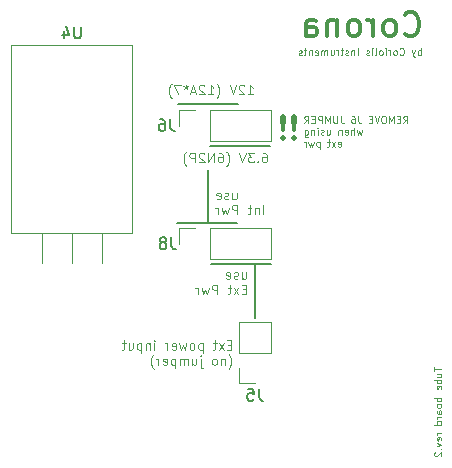
<source format=gbo>
G04 #@! TF.GenerationSoftware,KiCad,Pcbnew,(5.0.2)-1*
G04 #@! TF.CreationDate,2019-04-03T17:46:42+02:00*
G04 #@! TF.ProjectId,Corona_tubeBoard,436f726f-6e61-45f7-9475-6265426f6172,1*
G04 #@! TF.SameCoordinates,Original*
G04 #@! TF.FileFunction,Legend,Bot*
G04 #@! TF.FilePolarity,Positive*
%FSLAX46Y46*%
G04 Gerber Fmt 4.6, Leading zero omitted, Abs format (unit mm)*
G04 Created by KiCad (PCBNEW (5.0.2)-1) date 3-4-2019 17:46:42*
%MOMM*%
%LPD*%
G01*
G04 APERTURE LIST*
%ADD10C,0.300000*%
%ADD11C,0.100000*%
%ADD12C,0.200000*%
%ADD13C,0.120000*%
%ADD14C,0.150000*%
G04 APERTURE END LIST*
D10*
X24828809Y-38214285D02*
X24733571Y-38309523D01*
X24828809Y-38404761D01*
X24924047Y-38309523D01*
X24828809Y-38214285D01*
X24828809Y-38404761D01*
X24828809Y-37642857D02*
X24924047Y-36500000D01*
X24828809Y-36404761D01*
X24733571Y-36500000D01*
X24828809Y-37642857D01*
X24828809Y-36404761D01*
X23876428Y-38214285D02*
X23781190Y-38309523D01*
X23876428Y-38404761D01*
X23971666Y-38309523D01*
X23876428Y-38214285D01*
X23876428Y-38404761D01*
X23876428Y-37642857D02*
X23971666Y-36500000D01*
X23876428Y-36404761D01*
X23781190Y-36500000D01*
X23876428Y-37642857D01*
X23876428Y-36404761D01*
D11*
X34050714Y-37021428D02*
X34250714Y-36735714D01*
X34393571Y-37021428D02*
X34393571Y-36421428D01*
X34165000Y-36421428D01*
X34107857Y-36450000D01*
X34079285Y-36478571D01*
X34050714Y-36535714D01*
X34050714Y-36621428D01*
X34079285Y-36678571D01*
X34107857Y-36707142D01*
X34165000Y-36735714D01*
X34393571Y-36735714D01*
X33793571Y-36707142D02*
X33593571Y-36707142D01*
X33507857Y-37021428D02*
X33793571Y-37021428D01*
X33793571Y-36421428D01*
X33507857Y-36421428D01*
X33250714Y-37021428D02*
X33250714Y-36421428D01*
X33050714Y-36850000D01*
X32850714Y-36421428D01*
X32850714Y-37021428D01*
X32450714Y-36421428D02*
X32336428Y-36421428D01*
X32279285Y-36450000D01*
X32222142Y-36507142D01*
X32193571Y-36621428D01*
X32193571Y-36821428D01*
X32222142Y-36935714D01*
X32279285Y-36992857D01*
X32336428Y-37021428D01*
X32450714Y-37021428D01*
X32507857Y-36992857D01*
X32565000Y-36935714D01*
X32593571Y-36821428D01*
X32593571Y-36621428D01*
X32565000Y-36507142D01*
X32507857Y-36450000D01*
X32450714Y-36421428D01*
X32022142Y-36421428D02*
X31822142Y-37021428D01*
X31622142Y-36421428D01*
X31422142Y-36707142D02*
X31222142Y-36707142D01*
X31136428Y-37021428D02*
X31422142Y-37021428D01*
X31422142Y-36421428D01*
X31136428Y-36421428D01*
X30250714Y-36421428D02*
X30250714Y-36850000D01*
X30279285Y-36935714D01*
X30336428Y-36992857D01*
X30422142Y-37021428D01*
X30479285Y-37021428D01*
X29707857Y-36421428D02*
X29822142Y-36421428D01*
X29879285Y-36450000D01*
X29907857Y-36478571D01*
X29965000Y-36564285D01*
X29993571Y-36678571D01*
X29993571Y-36907142D01*
X29965000Y-36964285D01*
X29936428Y-36992857D01*
X29879285Y-37021428D01*
X29765000Y-37021428D01*
X29707857Y-36992857D01*
X29679285Y-36964285D01*
X29650714Y-36907142D01*
X29650714Y-36764285D01*
X29679285Y-36707142D01*
X29707857Y-36678571D01*
X29765000Y-36650000D01*
X29879285Y-36650000D01*
X29936428Y-36678571D01*
X29965000Y-36707142D01*
X29993571Y-36764285D01*
X28765000Y-36421428D02*
X28765000Y-36850000D01*
X28793571Y-36935714D01*
X28850714Y-36992857D01*
X28936428Y-37021428D01*
X28993571Y-37021428D01*
X28479285Y-36421428D02*
X28479285Y-36907142D01*
X28450714Y-36964285D01*
X28422142Y-36992857D01*
X28365000Y-37021428D01*
X28250714Y-37021428D01*
X28193571Y-36992857D01*
X28165000Y-36964285D01*
X28136428Y-36907142D01*
X28136428Y-36421428D01*
X27850714Y-37021428D02*
X27850714Y-36421428D01*
X27650714Y-36850000D01*
X27450714Y-36421428D01*
X27450714Y-37021428D01*
X27165000Y-37021428D02*
X27165000Y-36421428D01*
X26936428Y-36421428D01*
X26879285Y-36450000D01*
X26850714Y-36478571D01*
X26822142Y-36535714D01*
X26822142Y-36621428D01*
X26850714Y-36678571D01*
X26879285Y-36707142D01*
X26936428Y-36735714D01*
X27165000Y-36735714D01*
X26565000Y-36707142D02*
X26365000Y-36707142D01*
X26279285Y-37021428D02*
X26565000Y-37021428D01*
X26565000Y-36421428D01*
X26279285Y-36421428D01*
X25679285Y-37021428D02*
X25879285Y-36735714D01*
X26022142Y-37021428D02*
X26022142Y-36421428D01*
X25793571Y-36421428D01*
X25736428Y-36450000D01*
X25707857Y-36478571D01*
X25679285Y-36535714D01*
X25679285Y-36621428D01*
X25707857Y-36678571D01*
X25736428Y-36707142D01*
X25793571Y-36735714D01*
X26022142Y-36735714D01*
X30565000Y-37621428D02*
X30450714Y-38021428D01*
X30336428Y-37735714D01*
X30222142Y-38021428D01*
X30107857Y-37621428D01*
X29879285Y-38021428D02*
X29879285Y-37421428D01*
X29622142Y-38021428D02*
X29622142Y-37707142D01*
X29650714Y-37650000D01*
X29707857Y-37621428D01*
X29793571Y-37621428D01*
X29850714Y-37650000D01*
X29879285Y-37678571D01*
X29107857Y-37992857D02*
X29165000Y-38021428D01*
X29279285Y-38021428D01*
X29336428Y-37992857D01*
X29365000Y-37935714D01*
X29365000Y-37707142D01*
X29336428Y-37650000D01*
X29279285Y-37621428D01*
X29165000Y-37621428D01*
X29107857Y-37650000D01*
X29079285Y-37707142D01*
X29079285Y-37764285D01*
X29365000Y-37821428D01*
X28822142Y-37621428D02*
X28822142Y-38021428D01*
X28822142Y-37678571D02*
X28793571Y-37650000D01*
X28736428Y-37621428D01*
X28650714Y-37621428D01*
X28593571Y-37650000D01*
X28565000Y-37707142D01*
X28565000Y-38021428D01*
X27565000Y-37621428D02*
X27565000Y-38021428D01*
X27822142Y-37621428D02*
X27822142Y-37935714D01*
X27793571Y-37992857D01*
X27736428Y-38021428D01*
X27650714Y-38021428D01*
X27593571Y-37992857D01*
X27565000Y-37964285D01*
X27307857Y-37992857D02*
X27250714Y-38021428D01*
X27136428Y-38021428D01*
X27079285Y-37992857D01*
X27050714Y-37935714D01*
X27050714Y-37907142D01*
X27079285Y-37850000D01*
X27136428Y-37821428D01*
X27222142Y-37821428D01*
X27279285Y-37792857D01*
X27307857Y-37735714D01*
X27307857Y-37707142D01*
X27279285Y-37650000D01*
X27222142Y-37621428D01*
X27136428Y-37621428D01*
X27079285Y-37650000D01*
X26793571Y-38021428D02*
X26793571Y-37621428D01*
X26793571Y-37421428D02*
X26822142Y-37450000D01*
X26793571Y-37478571D01*
X26765000Y-37450000D01*
X26793571Y-37421428D01*
X26793571Y-37478571D01*
X26507857Y-37621428D02*
X26507857Y-38021428D01*
X26507857Y-37678571D02*
X26479285Y-37650000D01*
X26422142Y-37621428D01*
X26336428Y-37621428D01*
X26279285Y-37650000D01*
X26250714Y-37707142D01*
X26250714Y-38021428D01*
X25707857Y-37621428D02*
X25707857Y-38107142D01*
X25736428Y-38164285D01*
X25765000Y-38192857D01*
X25822142Y-38221428D01*
X25907857Y-38221428D01*
X25965000Y-38192857D01*
X25707857Y-37992857D02*
X25765000Y-38021428D01*
X25879285Y-38021428D01*
X25936428Y-37992857D01*
X25965000Y-37964285D01*
X25993571Y-37907142D01*
X25993571Y-37735714D01*
X25965000Y-37678571D01*
X25936428Y-37650000D01*
X25879285Y-37621428D01*
X25765000Y-37621428D01*
X25707857Y-37650000D01*
X28536428Y-38992857D02*
X28593571Y-39021428D01*
X28707857Y-39021428D01*
X28765000Y-38992857D01*
X28793571Y-38935714D01*
X28793571Y-38707142D01*
X28765000Y-38650000D01*
X28707857Y-38621428D01*
X28593571Y-38621428D01*
X28536428Y-38650000D01*
X28507857Y-38707142D01*
X28507857Y-38764285D01*
X28793571Y-38821428D01*
X28307857Y-39021428D02*
X27993571Y-38621428D01*
X28307857Y-38621428D02*
X27993571Y-39021428D01*
X27850714Y-38621428D02*
X27622142Y-38621428D01*
X27765000Y-38421428D02*
X27765000Y-38935714D01*
X27736428Y-38992857D01*
X27679285Y-39021428D01*
X27622142Y-39021428D01*
X26965000Y-38621428D02*
X26965000Y-39221428D01*
X26965000Y-38650000D02*
X26907857Y-38621428D01*
X26793571Y-38621428D01*
X26736428Y-38650000D01*
X26707857Y-38678571D01*
X26679285Y-38735714D01*
X26679285Y-38907142D01*
X26707857Y-38964285D01*
X26736428Y-38992857D01*
X26793571Y-39021428D01*
X26907857Y-39021428D01*
X26965000Y-38992857D01*
X26479285Y-38621428D02*
X26365000Y-39021428D01*
X26250714Y-38735714D01*
X26136428Y-39021428D01*
X26022142Y-38621428D01*
X25793571Y-39021428D02*
X25793571Y-38621428D01*
X25793571Y-38735714D02*
X25765000Y-38678571D01*
X25736428Y-38650000D01*
X25679285Y-38621428D01*
X25622142Y-38621428D01*
X19494523Y-55792857D02*
X19227857Y-55792857D01*
X19113571Y-56211904D02*
X19494523Y-56211904D01*
X19494523Y-55411904D01*
X19113571Y-55411904D01*
X18846904Y-56211904D02*
X18427857Y-55678571D01*
X18846904Y-55678571D02*
X18427857Y-56211904D01*
X18237380Y-55678571D02*
X17932619Y-55678571D01*
X18123095Y-55411904D02*
X18123095Y-56097619D01*
X18085000Y-56173809D01*
X18008809Y-56211904D01*
X17932619Y-56211904D01*
X17056428Y-55678571D02*
X17056428Y-56478571D01*
X17056428Y-55716666D02*
X16980238Y-55678571D01*
X16827857Y-55678571D01*
X16751666Y-55716666D01*
X16713571Y-55754761D01*
X16675476Y-55830952D01*
X16675476Y-56059523D01*
X16713571Y-56135714D01*
X16751666Y-56173809D01*
X16827857Y-56211904D01*
X16980238Y-56211904D01*
X17056428Y-56173809D01*
X16218333Y-56211904D02*
X16294523Y-56173809D01*
X16332619Y-56135714D01*
X16370714Y-56059523D01*
X16370714Y-55830952D01*
X16332619Y-55754761D01*
X16294523Y-55716666D01*
X16218333Y-55678571D01*
X16104047Y-55678571D01*
X16027857Y-55716666D01*
X15989761Y-55754761D01*
X15951666Y-55830952D01*
X15951666Y-56059523D01*
X15989761Y-56135714D01*
X16027857Y-56173809D01*
X16104047Y-56211904D01*
X16218333Y-56211904D01*
X15685000Y-55678571D02*
X15532619Y-56211904D01*
X15380238Y-55830952D01*
X15227857Y-56211904D01*
X15075476Y-55678571D01*
X14465952Y-56173809D02*
X14542142Y-56211904D01*
X14694523Y-56211904D01*
X14770714Y-56173809D01*
X14808809Y-56097619D01*
X14808809Y-55792857D01*
X14770714Y-55716666D01*
X14694523Y-55678571D01*
X14542142Y-55678571D01*
X14465952Y-55716666D01*
X14427857Y-55792857D01*
X14427857Y-55869047D01*
X14808809Y-55945238D01*
X14085000Y-56211904D02*
X14085000Y-55678571D01*
X14085000Y-55830952D02*
X14046904Y-55754761D01*
X14008809Y-55716666D01*
X13932619Y-55678571D01*
X13856428Y-55678571D01*
X12980238Y-56211904D02*
X12980238Y-55678571D01*
X12980238Y-55411904D02*
X13018333Y-55450000D01*
X12980238Y-55488095D01*
X12942142Y-55450000D01*
X12980238Y-55411904D01*
X12980238Y-55488095D01*
X12599285Y-55678571D02*
X12599285Y-56211904D01*
X12599285Y-55754761D02*
X12561190Y-55716666D01*
X12485000Y-55678571D01*
X12370714Y-55678571D01*
X12294523Y-55716666D01*
X12256428Y-55792857D01*
X12256428Y-56211904D01*
X11875476Y-55678571D02*
X11875476Y-56478571D01*
X11875476Y-55716666D02*
X11799285Y-55678571D01*
X11646904Y-55678571D01*
X11570714Y-55716666D01*
X11532619Y-55754761D01*
X11494523Y-55830952D01*
X11494523Y-56059523D01*
X11532619Y-56135714D01*
X11570714Y-56173809D01*
X11646904Y-56211904D01*
X11799285Y-56211904D01*
X11875476Y-56173809D01*
X10808809Y-55678571D02*
X10808809Y-56211904D01*
X11151666Y-55678571D02*
X11151666Y-56097619D01*
X11113571Y-56173809D01*
X11037380Y-56211904D01*
X10923095Y-56211904D01*
X10846904Y-56173809D01*
X10808809Y-56135714D01*
X10542142Y-55678571D02*
X10237380Y-55678571D01*
X10427857Y-55411904D02*
X10427857Y-56097619D01*
X10389761Y-56173809D01*
X10313571Y-56211904D01*
X10237380Y-56211904D01*
X19265952Y-57816666D02*
X19304047Y-57778571D01*
X19380238Y-57664285D01*
X19418333Y-57588095D01*
X19456428Y-57473809D01*
X19494523Y-57283333D01*
X19494523Y-57130952D01*
X19456428Y-56940476D01*
X19418333Y-56826190D01*
X19380238Y-56750000D01*
X19304047Y-56635714D01*
X19265952Y-56597619D01*
X18961190Y-56978571D02*
X18961190Y-57511904D01*
X18961190Y-57054761D02*
X18923095Y-57016666D01*
X18846904Y-56978571D01*
X18732619Y-56978571D01*
X18656428Y-57016666D01*
X18618333Y-57092857D01*
X18618333Y-57511904D01*
X18123095Y-57511904D02*
X18199285Y-57473809D01*
X18237380Y-57435714D01*
X18275476Y-57359523D01*
X18275476Y-57130952D01*
X18237380Y-57054761D01*
X18199285Y-57016666D01*
X18123095Y-56978571D01*
X18008809Y-56978571D01*
X17932619Y-57016666D01*
X17894523Y-57054761D01*
X17856428Y-57130952D01*
X17856428Y-57359523D01*
X17894523Y-57435714D01*
X17932619Y-57473809D01*
X18008809Y-57511904D01*
X18123095Y-57511904D01*
X16904047Y-56978571D02*
X16904047Y-57664285D01*
X16942142Y-57740476D01*
X17018333Y-57778571D01*
X17056428Y-57778571D01*
X16904047Y-56711904D02*
X16942142Y-56750000D01*
X16904047Y-56788095D01*
X16865952Y-56750000D01*
X16904047Y-56711904D01*
X16904047Y-56788095D01*
X16180238Y-56978571D02*
X16180238Y-57511904D01*
X16523095Y-56978571D02*
X16523095Y-57397619D01*
X16485000Y-57473809D01*
X16408809Y-57511904D01*
X16294523Y-57511904D01*
X16218333Y-57473809D01*
X16180238Y-57435714D01*
X15799285Y-57511904D02*
X15799285Y-56978571D01*
X15799285Y-57054761D02*
X15761190Y-57016666D01*
X15685000Y-56978571D01*
X15570714Y-56978571D01*
X15494523Y-57016666D01*
X15456428Y-57092857D01*
X15456428Y-57511904D01*
X15456428Y-57092857D02*
X15418333Y-57016666D01*
X15342142Y-56978571D01*
X15227857Y-56978571D01*
X15151666Y-57016666D01*
X15113571Y-57092857D01*
X15113571Y-57511904D01*
X14732619Y-56978571D02*
X14732619Y-57778571D01*
X14732619Y-57016666D02*
X14656428Y-56978571D01*
X14504047Y-56978571D01*
X14427857Y-57016666D01*
X14389761Y-57054761D01*
X14351666Y-57130952D01*
X14351666Y-57359523D01*
X14389761Y-57435714D01*
X14427857Y-57473809D01*
X14504047Y-57511904D01*
X14656428Y-57511904D01*
X14732619Y-57473809D01*
X13704047Y-57473809D02*
X13780238Y-57511904D01*
X13932619Y-57511904D01*
X14008809Y-57473809D01*
X14046904Y-57397619D01*
X14046904Y-57092857D01*
X14008809Y-57016666D01*
X13932619Y-56978571D01*
X13780238Y-56978571D01*
X13704047Y-57016666D01*
X13665952Y-57092857D01*
X13665952Y-57169047D01*
X14046904Y-57245238D01*
X13323095Y-57511904D02*
X13323095Y-56978571D01*
X13323095Y-57130952D02*
X13285000Y-57054761D01*
X13246904Y-57016666D01*
X13170714Y-56978571D01*
X13094523Y-56978571D01*
X12904047Y-57816666D02*
X12865952Y-57778571D01*
X12789761Y-57664285D01*
X12751666Y-57588095D01*
X12713571Y-57473809D01*
X12675476Y-57283333D01*
X12675476Y-57130952D01*
X12713571Y-56940476D01*
X12751666Y-56826190D01*
X12789761Y-56750000D01*
X12865952Y-56635714D01*
X12904047Y-56597619D01*
D12*
X21500000Y-53500000D02*
X21500000Y-49000000D01*
D11*
X20401666Y-49678571D02*
X20401666Y-50211904D01*
X20744523Y-49678571D02*
X20744523Y-50097619D01*
X20706428Y-50173809D01*
X20630238Y-50211904D01*
X20515952Y-50211904D01*
X20439761Y-50173809D01*
X20401666Y-50135714D01*
X20058809Y-50173809D02*
X19982619Y-50211904D01*
X19830238Y-50211904D01*
X19754047Y-50173809D01*
X19715952Y-50097619D01*
X19715952Y-50059523D01*
X19754047Y-49983333D01*
X19830238Y-49945238D01*
X19944523Y-49945238D01*
X20020714Y-49907142D01*
X20058809Y-49830952D01*
X20058809Y-49792857D01*
X20020714Y-49716666D01*
X19944523Y-49678571D01*
X19830238Y-49678571D01*
X19754047Y-49716666D01*
X19068333Y-50173809D02*
X19144523Y-50211904D01*
X19296904Y-50211904D01*
X19373095Y-50173809D01*
X19411190Y-50097619D01*
X19411190Y-49792857D01*
X19373095Y-49716666D01*
X19296904Y-49678571D01*
X19144523Y-49678571D01*
X19068333Y-49716666D01*
X19030238Y-49792857D01*
X19030238Y-49869047D01*
X19411190Y-49945238D01*
X20744523Y-51092857D02*
X20477857Y-51092857D01*
X20363571Y-51511904D02*
X20744523Y-51511904D01*
X20744523Y-50711904D01*
X20363571Y-50711904D01*
X20096904Y-51511904D02*
X19677857Y-50978571D01*
X20096904Y-50978571D02*
X19677857Y-51511904D01*
X19487380Y-50978571D02*
X19182619Y-50978571D01*
X19373095Y-50711904D02*
X19373095Y-51397619D01*
X19335000Y-51473809D01*
X19258809Y-51511904D01*
X19182619Y-51511904D01*
X18306428Y-51511904D02*
X18306428Y-50711904D01*
X18001666Y-50711904D01*
X17925476Y-50750000D01*
X17887380Y-50788095D01*
X17849285Y-50864285D01*
X17849285Y-50978571D01*
X17887380Y-51054761D01*
X17925476Y-51092857D01*
X18001666Y-51130952D01*
X18306428Y-51130952D01*
X17582619Y-50978571D02*
X17430238Y-51511904D01*
X17277857Y-51130952D01*
X17125476Y-51511904D01*
X16973095Y-50978571D01*
X16668333Y-51511904D02*
X16668333Y-50978571D01*
X16668333Y-51130952D02*
X16630238Y-51054761D01*
X16592142Y-51016666D01*
X16515952Y-50978571D01*
X16439761Y-50978571D01*
X19588809Y-42928571D02*
X19588809Y-43461904D01*
X19931666Y-42928571D02*
X19931666Y-43347619D01*
X19893571Y-43423809D01*
X19817380Y-43461904D01*
X19703095Y-43461904D01*
X19626904Y-43423809D01*
X19588809Y-43385714D01*
X19245952Y-43423809D02*
X19169761Y-43461904D01*
X19017380Y-43461904D01*
X18941190Y-43423809D01*
X18903095Y-43347619D01*
X18903095Y-43309523D01*
X18941190Y-43233333D01*
X19017380Y-43195238D01*
X19131666Y-43195238D01*
X19207857Y-43157142D01*
X19245952Y-43080952D01*
X19245952Y-43042857D01*
X19207857Y-42966666D01*
X19131666Y-42928571D01*
X19017380Y-42928571D01*
X18941190Y-42966666D01*
X18255476Y-43423809D02*
X18331666Y-43461904D01*
X18484047Y-43461904D01*
X18560238Y-43423809D01*
X18598333Y-43347619D01*
X18598333Y-43042857D01*
X18560238Y-42966666D01*
X18484047Y-42928571D01*
X18331666Y-42928571D01*
X18255476Y-42966666D01*
X18217380Y-43042857D01*
X18217380Y-43119047D01*
X18598333Y-43195238D01*
X22179285Y-44761904D02*
X22179285Y-43961904D01*
X21798333Y-44228571D02*
X21798333Y-44761904D01*
X21798333Y-44304761D02*
X21760238Y-44266666D01*
X21684047Y-44228571D01*
X21569761Y-44228571D01*
X21493571Y-44266666D01*
X21455476Y-44342857D01*
X21455476Y-44761904D01*
X21188809Y-44228571D02*
X20884047Y-44228571D01*
X21074523Y-43961904D02*
X21074523Y-44647619D01*
X21036428Y-44723809D01*
X20960238Y-44761904D01*
X20884047Y-44761904D01*
X20007857Y-44761904D02*
X20007857Y-43961904D01*
X19703095Y-43961904D01*
X19626904Y-44000000D01*
X19588809Y-44038095D01*
X19550714Y-44114285D01*
X19550714Y-44228571D01*
X19588809Y-44304761D01*
X19626904Y-44342857D01*
X19703095Y-44380952D01*
X20007857Y-44380952D01*
X19284047Y-44228571D02*
X19131666Y-44761904D01*
X18979285Y-44380952D01*
X18826904Y-44761904D01*
X18674523Y-44228571D01*
X18369761Y-44761904D02*
X18369761Y-44228571D01*
X18369761Y-44380952D02*
X18331666Y-44304761D01*
X18293571Y-44266666D01*
X18217380Y-44228571D01*
X18141190Y-44228571D01*
D12*
X17500000Y-45500000D02*
X17500000Y-41000000D01*
X17750000Y-49000000D02*
X22830000Y-49000000D01*
X14920000Y-45500000D02*
X20000000Y-45500000D01*
D11*
X35542142Y-31271428D02*
X35542142Y-30671428D01*
X35542142Y-30900000D02*
X35485000Y-30871428D01*
X35370714Y-30871428D01*
X35313571Y-30900000D01*
X35285000Y-30928571D01*
X35256428Y-30985714D01*
X35256428Y-31157142D01*
X35285000Y-31214285D01*
X35313571Y-31242857D01*
X35370714Y-31271428D01*
X35485000Y-31271428D01*
X35542142Y-31242857D01*
X35056428Y-30871428D02*
X34913571Y-31271428D01*
X34770714Y-30871428D02*
X34913571Y-31271428D01*
X34970714Y-31414285D01*
X34999285Y-31442857D01*
X35056428Y-31471428D01*
X33742142Y-31214285D02*
X33770714Y-31242857D01*
X33856428Y-31271428D01*
X33913571Y-31271428D01*
X33999285Y-31242857D01*
X34056428Y-31185714D01*
X34085000Y-31128571D01*
X34113571Y-31014285D01*
X34113571Y-30928571D01*
X34085000Y-30814285D01*
X34056428Y-30757142D01*
X33999285Y-30700000D01*
X33913571Y-30671428D01*
X33856428Y-30671428D01*
X33770714Y-30700000D01*
X33742142Y-30728571D01*
X33399285Y-31271428D02*
X33456428Y-31242857D01*
X33485000Y-31214285D01*
X33513571Y-31157142D01*
X33513571Y-30985714D01*
X33485000Y-30928571D01*
X33456428Y-30900000D01*
X33399285Y-30871428D01*
X33313571Y-30871428D01*
X33256428Y-30900000D01*
X33227857Y-30928571D01*
X33199285Y-30985714D01*
X33199285Y-31157142D01*
X33227857Y-31214285D01*
X33256428Y-31242857D01*
X33313571Y-31271428D01*
X33399285Y-31271428D01*
X32942142Y-31271428D02*
X32942142Y-30871428D01*
X32942142Y-30985714D02*
X32913571Y-30928571D01*
X32885000Y-30900000D01*
X32827857Y-30871428D01*
X32770714Y-30871428D01*
X32570714Y-31271428D02*
X32570714Y-30871428D01*
X32570714Y-30671428D02*
X32599285Y-30700000D01*
X32570714Y-30728571D01*
X32542142Y-30700000D01*
X32570714Y-30671428D01*
X32570714Y-30728571D01*
X32199285Y-31271428D02*
X32256428Y-31242857D01*
X32285000Y-31214285D01*
X32313571Y-31157142D01*
X32313571Y-30985714D01*
X32285000Y-30928571D01*
X32256428Y-30900000D01*
X32199285Y-30871428D01*
X32113571Y-30871428D01*
X32056428Y-30900000D01*
X32027857Y-30928571D01*
X31999285Y-30985714D01*
X31999285Y-31157142D01*
X32027857Y-31214285D01*
X32056428Y-31242857D01*
X32113571Y-31271428D01*
X32199285Y-31271428D01*
X31656428Y-31271428D02*
X31713571Y-31242857D01*
X31742142Y-31185714D01*
X31742142Y-30671428D01*
X31427857Y-31271428D02*
X31427857Y-30871428D01*
X31427857Y-30671428D02*
X31456428Y-30700000D01*
X31427857Y-30728571D01*
X31399285Y-30700000D01*
X31427857Y-30671428D01*
X31427857Y-30728571D01*
X31170714Y-31242857D02*
X31113571Y-31271428D01*
X30999285Y-31271428D01*
X30942142Y-31242857D01*
X30913571Y-31185714D01*
X30913571Y-31157142D01*
X30942142Y-31100000D01*
X30999285Y-31071428D01*
X31085000Y-31071428D01*
X31142142Y-31042857D01*
X31170714Y-30985714D01*
X31170714Y-30957142D01*
X31142142Y-30900000D01*
X31085000Y-30871428D01*
X30999285Y-30871428D01*
X30942142Y-30900000D01*
X30199285Y-31271428D02*
X30199285Y-30671428D01*
X29913571Y-30871428D02*
X29913571Y-31271428D01*
X29913571Y-30928571D02*
X29885000Y-30900000D01*
X29827857Y-30871428D01*
X29742142Y-30871428D01*
X29685000Y-30900000D01*
X29656428Y-30957142D01*
X29656428Y-31271428D01*
X29399285Y-31242857D02*
X29342142Y-31271428D01*
X29227857Y-31271428D01*
X29170714Y-31242857D01*
X29142142Y-31185714D01*
X29142142Y-31157142D01*
X29170714Y-31100000D01*
X29227857Y-31071428D01*
X29313571Y-31071428D01*
X29370714Y-31042857D01*
X29399285Y-30985714D01*
X29399285Y-30957142D01*
X29370714Y-30900000D01*
X29313571Y-30871428D01*
X29227857Y-30871428D01*
X29170714Y-30900000D01*
X28970714Y-30871428D02*
X28742142Y-30871428D01*
X28885000Y-30671428D02*
X28885000Y-31185714D01*
X28856428Y-31242857D01*
X28799285Y-31271428D01*
X28742142Y-31271428D01*
X28542142Y-31271428D02*
X28542142Y-30871428D01*
X28542142Y-30985714D02*
X28513571Y-30928571D01*
X28485000Y-30900000D01*
X28427857Y-30871428D01*
X28370714Y-30871428D01*
X27913571Y-30871428D02*
X27913571Y-31271428D01*
X28170714Y-30871428D02*
X28170714Y-31185714D01*
X28142142Y-31242857D01*
X28085000Y-31271428D01*
X27999285Y-31271428D01*
X27942142Y-31242857D01*
X27913571Y-31214285D01*
X27627857Y-31271428D02*
X27627857Y-30871428D01*
X27627857Y-30928571D02*
X27599285Y-30900000D01*
X27542142Y-30871428D01*
X27456428Y-30871428D01*
X27399285Y-30900000D01*
X27370714Y-30957142D01*
X27370714Y-31271428D01*
X27370714Y-30957142D02*
X27342142Y-30900000D01*
X27285000Y-30871428D01*
X27199285Y-30871428D01*
X27142142Y-30900000D01*
X27113571Y-30957142D01*
X27113571Y-31271428D01*
X26599285Y-31242857D02*
X26656428Y-31271428D01*
X26770714Y-31271428D01*
X26827857Y-31242857D01*
X26856428Y-31185714D01*
X26856428Y-30957142D01*
X26827857Y-30900000D01*
X26770714Y-30871428D01*
X26656428Y-30871428D01*
X26599285Y-30900000D01*
X26570714Y-30957142D01*
X26570714Y-31014285D01*
X26856428Y-31071428D01*
X26313571Y-30871428D02*
X26313571Y-31271428D01*
X26313571Y-30928571D02*
X26285000Y-30900000D01*
X26227857Y-30871428D01*
X26142142Y-30871428D01*
X26085000Y-30900000D01*
X26056428Y-30957142D01*
X26056428Y-31271428D01*
X25856428Y-30871428D02*
X25627857Y-30871428D01*
X25770714Y-30671428D02*
X25770714Y-31185714D01*
X25742142Y-31242857D01*
X25685000Y-31271428D01*
X25627857Y-31271428D01*
X25456428Y-31242857D02*
X25399285Y-31271428D01*
X25285000Y-31271428D01*
X25227857Y-31242857D01*
X25199285Y-31185714D01*
X25199285Y-31157142D01*
X25227857Y-31100000D01*
X25285000Y-31071428D01*
X25370714Y-31071428D01*
X25427857Y-31042857D01*
X25456428Y-30985714D01*
X25456428Y-30957142D01*
X25427857Y-30900000D01*
X25370714Y-30871428D01*
X25285000Y-30871428D01*
X25227857Y-30900000D01*
D10*
X34185952Y-29464285D02*
X34281190Y-29559523D01*
X34566904Y-29654761D01*
X34757380Y-29654761D01*
X35043095Y-29559523D01*
X35233571Y-29369047D01*
X35328809Y-29178571D01*
X35424047Y-28797619D01*
X35424047Y-28511904D01*
X35328809Y-28130952D01*
X35233571Y-27940476D01*
X35043095Y-27750000D01*
X34757380Y-27654761D01*
X34566904Y-27654761D01*
X34281190Y-27750000D01*
X34185952Y-27845238D01*
X33043095Y-29654761D02*
X33233571Y-29559523D01*
X33328809Y-29464285D01*
X33424047Y-29273809D01*
X33424047Y-28702380D01*
X33328809Y-28511904D01*
X33233571Y-28416666D01*
X33043095Y-28321428D01*
X32757380Y-28321428D01*
X32566904Y-28416666D01*
X32471666Y-28511904D01*
X32376428Y-28702380D01*
X32376428Y-29273809D01*
X32471666Y-29464285D01*
X32566904Y-29559523D01*
X32757380Y-29654761D01*
X33043095Y-29654761D01*
X31519285Y-29654761D02*
X31519285Y-28321428D01*
X31519285Y-28702380D02*
X31424047Y-28511904D01*
X31328809Y-28416666D01*
X31138333Y-28321428D01*
X30947857Y-28321428D01*
X29995476Y-29654761D02*
X30185952Y-29559523D01*
X30281190Y-29464285D01*
X30376428Y-29273809D01*
X30376428Y-28702380D01*
X30281190Y-28511904D01*
X30185952Y-28416666D01*
X29995476Y-28321428D01*
X29709761Y-28321428D01*
X29519285Y-28416666D01*
X29424047Y-28511904D01*
X29328809Y-28702380D01*
X29328809Y-29273809D01*
X29424047Y-29464285D01*
X29519285Y-29559523D01*
X29709761Y-29654761D01*
X29995476Y-29654761D01*
X28471666Y-28321428D02*
X28471666Y-29654761D01*
X28471666Y-28511904D02*
X28376428Y-28416666D01*
X28185952Y-28321428D01*
X27900238Y-28321428D01*
X27709761Y-28416666D01*
X27614523Y-28607142D01*
X27614523Y-29654761D01*
X25805000Y-29654761D02*
X25805000Y-28607142D01*
X25900238Y-28416666D01*
X26090714Y-28321428D01*
X26471666Y-28321428D01*
X26662142Y-28416666D01*
X25805000Y-29559523D02*
X25995476Y-29654761D01*
X26471666Y-29654761D01*
X26662142Y-29559523D01*
X26757380Y-29369047D01*
X26757380Y-29178571D01*
X26662142Y-28988095D01*
X26471666Y-28892857D01*
X25995476Y-28892857D01*
X25805000Y-28797619D01*
D11*
X36671428Y-57700000D02*
X36671428Y-58042857D01*
X37271428Y-57871428D02*
X36671428Y-57871428D01*
X36871428Y-58500000D02*
X37271428Y-58500000D01*
X36871428Y-58242857D02*
X37185714Y-58242857D01*
X37242857Y-58271428D01*
X37271428Y-58328571D01*
X37271428Y-58414285D01*
X37242857Y-58471428D01*
X37214285Y-58500000D01*
X37271428Y-58785714D02*
X36671428Y-58785714D01*
X36900000Y-58785714D02*
X36871428Y-58842857D01*
X36871428Y-58957142D01*
X36900000Y-59014285D01*
X36928571Y-59042857D01*
X36985714Y-59071428D01*
X37157142Y-59071428D01*
X37214285Y-59042857D01*
X37242857Y-59014285D01*
X37271428Y-58957142D01*
X37271428Y-58842857D01*
X37242857Y-58785714D01*
X37242857Y-59557142D02*
X37271428Y-59500000D01*
X37271428Y-59385714D01*
X37242857Y-59328571D01*
X37185714Y-59300000D01*
X36957142Y-59300000D01*
X36900000Y-59328571D01*
X36871428Y-59385714D01*
X36871428Y-59500000D01*
X36900000Y-59557142D01*
X36957142Y-59585714D01*
X37014285Y-59585714D01*
X37071428Y-59300000D01*
X37271428Y-60300000D02*
X36671428Y-60300000D01*
X36900000Y-60300000D02*
X36871428Y-60357142D01*
X36871428Y-60471428D01*
X36900000Y-60528571D01*
X36928571Y-60557142D01*
X36985714Y-60585714D01*
X37157142Y-60585714D01*
X37214285Y-60557142D01*
X37242857Y-60528571D01*
X37271428Y-60471428D01*
X37271428Y-60357142D01*
X37242857Y-60300000D01*
X37271428Y-60928571D02*
X37242857Y-60871428D01*
X37214285Y-60842857D01*
X37157142Y-60814285D01*
X36985714Y-60814285D01*
X36928571Y-60842857D01*
X36900000Y-60871428D01*
X36871428Y-60928571D01*
X36871428Y-61014285D01*
X36900000Y-61071428D01*
X36928571Y-61100000D01*
X36985714Y-61128571D01*
X37157142Y-61128571D01*
X37214285Y-61100000D01*
X37242857Y-61071428D01*
X37271428Y-61014285D01*
X37271428Y-60928571D01*
X37271428Y-61642857D02*
X36957142Y-61642857D01*
X36900000Y-61614285D01*
X36871428Y-61557142D01*
X36871428Y-61442857D01*
X36900000Y-61385714D01*
X37242857Y-61642857D02*
X37271428Y-61585714D01*
X37271428Y-61442857D01*
X37242857Y-61385714D01*
X37185714Y-61357142D01*
X37128571Y-61357142D01*
X37071428Y-61385714D01*
X37042857Y-61442857D01*
X37042857Y-61585714D01*
X37014285Y-61642857D01*
X37271428Y-61928571D02*
X36871428Y-61928571D01*
X36985714Y-61928571D02*
X36928571Y-61957142D01*
X36900000Y-61985714D01*
X36871428Y-62042857D01*
X36871428Y-62100000D01*
X37271428Y-62557142D02*
X36671428Y-62557142D01*
X37242857Y-62557142D02*
X37271428Y-62500000D01*
X37271428Y-62385714D01*
X37242857Y-62328571D01*
X37214285Y-62300000D01*
X37157142Y-62271428D01*
X36985714Y-62271428D01*
X36928571Y-62300000D01*
X36900000Y-62328571D01*
X36871428Y-62385714D01*
X36871428Y-62500000D01*
X36900000Y-62557142D01*
X37271428Y-63300000D02*
X36871428Y-63300000D01*
X36985714Y-63300000D02*
X36928571Y-63328571D01*
X36900000Y-63357142D01*
X36871428Y-63414285D01*
X36871428Y-63471428D01*
X37242857Y-63900000D02*
X37271428Y-63842857D01*
X37271428Y-63728571D01*
X37242857Y-63671428D01*
X37185714Y-63642857D01*
X36957142Y-63642857D01*
X36900000Y-63671428D01*
X36871428Y-63728571D01*
X36871428Y-63842857D01*
X36900000Y-63900000D01*
X36957142Y-63928571D01*
X37014285Y-63928571D01*
X37071428Y-63642857D01*
X36871428Y-64128571D02*
X37271428Y-64271428D01*
X36871428Y-64414285D01*
X37214285Y-64642857D02*
X37242857Y-64671428D01*
X37271428Y-64642857D01*
X37242857Y-64614285D01*
X37214285Y-64642857D01*
X37271428Y-64642857D01*
X36728571Y-64900000D02*
X36700000Y-64928571D01*
X36671428Y-64985714D01*
X36671428Y-65128571D01*
X36700000Y-65185714D01*
X36728571Y-65214285D01*
X36785714Y-65242857D01*
X36842857Y-65242857D01*
X36928571Y-65214285D01*
X37271428Y-64871428D01*
X37271428Y-65242857D01*
X22151666Y-39561904D02*
X22304047Y-39561904D01*
X22380238Y-39600000D01*
X22418333Y-39638095D01*
X22494523Y-39752380D01*
X22532619Y-39904761D01*
X22532619Y-40209523D01*
X22494523Y-40285714D01*
X22456428Y-40323809D01*
X22380238Y-40361904D01*
X22227857Y-40361904D01*
X22151666Y-40323809D01*
X22113571Y-40285714D01*
X22075476Y-40209523D01*
X22075476Y-40019047D01*
X22113571Y-39942857D01*
X22151666Y-39904761D01*
X22227857Y-39866666D01*
X22380238Y-39866666D01*
X22456428Y-39904761D01*
X22494523Y-39942857D01*
X22532619Y-40019047D01*
X21732619Y-40285714D02*
X21694523Y-40323809D01*
X21732619Y-40361904D01*
X21770714Y-40323809D01*
X21732619Y-40285714D01*
X21732619Y-40361904D01*
X21427857Y-39561904D02*
X20932619Y-39561904D01*
X21199285Y-39866666D01*
X21085000Y-39866666D01*
X21008809Y-39904761D01*
X20970714Y-39942857D01*
X20932619Y-40019047D01*
X20932619Y-40209523D01*
X20970714Y-40285714D01*
X21008809Y-40323809D01*
X21085000Y-40361904D01*
X21313571Y-40361904D01*
X21389761Y-40323809D01*
X21427857Y-40285714D01*
X20704047Y-39561904D02*
X20437380Y-40361904D01*
X20170714Y-39561904D01*
X19065952Y-40666666D02*
X19104047Y-40628571D01*
X19180238Y-40514285D01*
X19218333Y-40438095D01*
X19256428Y-40323809D01*
X19294523Y-40133333D01*
X19294523Y-39980952D01*
X19256428Y-39790476D01*
X19218333Y-39676190D01*
X19180238Y-39600000D01*
X19104047Y-39485714D01*
X19065952Y-39447619D01*
X18418333Y-39561904D02*
X18570714Y-39561904D01*
X18646904Y-39600000D01*
X18685000Y-39638095D01*
X18761190Y-39752380D01*
X18799285Y-39904761D01*
X18799285Y-40209523D01*
X18761190Y-40285714D01*
X18723095Y-40323809D01*
X18646904Y-40361904D01*
X18494523Y-40361904D01*
X18418333Y-40323809D01*
X18380238Y-40285714D01*
X18342142Y-40209523D01*
X18342142Y-40019047D01*
X18380238Y-39942857D01*
X18418333Y-39904761D01*
X18494523Y-39866666D01*
X18646904Y-39866666D01*
X18723095Y-39904761D01*
X18761190Y-39942857D01*
X18799285Y-40019047D01*
X17999285Y-40361904D02*
X17999285Y-39561904D01*
X17542142Y-40361904D01*
X17542142Y-39561904D01*
X17199285Y-39638095D02*
X17161190Y-39600000D01*
X17085000Y-39561904D01*
X16894523Y-39561904D01*
X16818333Y-39600000D01*
X16780238Y-39638095D01*
X16742142Y-39714285D01*
X16742142Y-39790476D01*
X16780238Y-39904761D01*
X17237380Y-40361904D01*
X16742142Y-40361904D01*
X16399285Y-40361904D02*
X16399285Y-39561904D01*
X16094523Y-39561904D01*
X16018333Y-39600000D01*
X15980238Y-39638095D01*
X15942142Y-39714285D01*
X15942142Y-39828571D01*
X15980238Y-39904761D01*
X16018333Y-39942857D01*
X16094523Y-39980952D01*
X16399285Y-39980952D01*
X15675476Y-40666666D02*
X15637380Y-40628571D01*
X15561190Y-40514285D01*
X15523095Y-40438095D01*
X15485000Y-40323809D01*
X15446904Y-40133333D01*
X15446904Y-39980952D01*
X15485000Y-39790476D01*
X15523095Y-39676190D01*
X15561190Y-39600000D01*
X15637380Y-39485714D01*
X15675476Y-39447619D01*
X20873809Y-34611904D02*
X21330952Y-34611904D01*
X21102380Y-34611904D02*
X21102380Y-33811904D01*
X21178571Y-33926190D01*
X21254761Y-34002380D01*
X21330952Y-34040476D01*
X20569047Y-33888095D02*
X20530952Y-33850000D01*
X20454761Y-33811904D01*
X20264285Y-33811904D01*
X20188095Y-33850000D01*
X20150000Y-33888095D01*
X20111904Y-33964285D01*
X20111904Y-34040476D01*
X20150000Y-34154761D01*
X20607142Y-34611904D01*
X20111904Y-34611904D01*
X19883333Y-33811904D02*
X19616666Y-34611904D01*
X19350000Y-33811904D01*
X18245238Y-34916666D02*
X18283333Y-34878571D01*
X18359523Y-34764285D01*
X18397619Y-34688095D01*
X18435714Y-34573809D01*
X18473809Y-34383333D01*
X18473809Y-34230952D01*
X18435714Y-34040476D01*
X18397619Y-33926190D01*
X18359523Y-33850000D01*
X18283333Y-33735714D01*
X18245238Y-33697619D01*
X17521428Y-34611904D02*
X17978571Y-34611904D01*
X17750000Y-34611904D02*
X17750000Y-33811904D01*
X17826190Y-33926190D01*
X17902380Y-34002380D01*
X17978571Y-34040476D01*
X17216666Y-33888095D02*
X17178571Y-33850000D01*
X17102380Y-33811904D01*
X16911904Y-33811904D01*
X16835714Y-33850000D01*
X16797619Y-33888095D01*
X16759523Y-33964285D01*
X16759523Y-34040476D01*
X16797619Y-34154761D01*
X17254761Y-34611904D01*
X16759523Y-34611904D01*
X16454761Y-34383333D02*
X16073809Y-34383333D01*
X16530952Y-34611904D02*
X16264285Y-33811904D01*
X15997619Y-34611904D01*
X15616666Y-33811904D02*
X15616666Y-34002380D01*
X15807142Y-33926190D02*
X15616666Y-34002380D01*
X15426190Y-33926190D01*
X15730952Y-34154761D02*
X15616666Y-34002380D01*
X15502380Y-34154761D01*
X15197619Y-33811904D02*
X14664285Y-33811904D01*
X15007142Y-34611904D01*
X14435714Y-34916666D02*
X14397619Y-34878571D01*
X14321428Y-34764285D01*
X14283333Y-34688095D01*
X14245238Y-34573809D01*
X14207142Y-34383333D01*
X14207142Y-34230952D01*
X14245238Y-34040476D01*
X14283333Y-33926190D01*
X14321428Y-33850000D01*
X14397619Y-33735714D01*
X14435714Y-33697619D01*
D12*
X17670000Y-39000000D02*
X22750000Y-39000000D01*
X14954000Y-35412000D02*
X20034000Y-35412000D01*
D13*
G04 #@! TO.C,U4*
X3460000Y-46310000D02*
X3460000Y-48850000D01*
X6000000Y-46310000D02*
X6000000Y-48850000D01*
X8540000Y-46310000D02*
X8540000Y-48850000D01*
X880000Y-30420000D02*
X880000Y-46310000D01*
X11120000Y-30420000D02*
X11120000Y-46310000D01*
X11120000Y-30420000D02*
X880000Y-30420000D01*
X11120000Y-46310000D02*
X880000Y-46310000D01*
G04 #@! TO.C,J5*
X20170000Y-53880000D02*
X22830000Y-53880000D01*
X20170000Y-56480000D02*
X20170000Y-53880000D01*
X22830000Y-56480000D02*
X22830000Y-53880000D01*
X20170000Y-56480000D02*
X22830000Y-56480000D01*
X20170000Y-57750000D02*
X20170000Y-59080000D01*
X20170000Y-59080000D02*
X21500000Y-59080000D01*
G04 #@! TO.C,J6*
X22830000Y-35920000D02*
X22830000Y-38580000D01*
X17690000Y-35920000D02*
X22830000Y-35920000D01*
X17690000Y-38580000D02*
X22830000Y-38580000D01*
X17690000Y-35920000D02*
X17690000Y-38580000D01*
X16420000Y-35920000D02*
X15090000Y-35920000D01*
X15090000Y-35920000D02*
X15090000Y-37250000D01*
G04 #@! TO.C,J8*
X22830000Y-45920000D02*
X22830000Y-48580000D01*
X17690000Y-45920000D02*
X22830000Y-45920000D01*
X17690000Y-48580000D02*
X22830000Y-48580000D01*
X17690000Y-45920000D02*
X17690000Y-48580000D01*
X16420000Y-45920000D02*
X15090000Y-45920000D01*
X15090000Y-45920000D02*
X15090000Y-47250000D01*
G04 #@! TO.C,U4*
D14*
X6761904Y-28872380D02*
X6761904Y-29681904D01*
X6714285Y-29777142D01*
X6666666Y-29824761D01*
X6571428Y-29872380D01*
X6380952Y-29872380D01*
X6285714Y-29824761D01*
X6238095Y-29777142D01*
X6190476Y-29681904D01*
X6190476Y-28872380D01*
X5285714Y-29205714D02*
X5285714Y-29872380D01*
X5523809Y-28824761D02*
X5761904Y-29539047D01*
X5142857Y-29539047D01*
G04 #@! TO.C,J5*
X21833333Y-59532380D02*
X21833333Y-60246666D01*
X21880952Y-60389523D01*
X21976190Y-60484761D01*
X22119047Y-60532380D01*
X22214285Y-60532380D01*
X20880952Y-59532380D02*
X21357142Y-59532380D01*
X21404761Y-60008571D01*
X21357142Y-59960952D01*
X21261904Y-59913333D01*
X21023809Y-59913333D01*
X20928571Y-59960952D01*
X20880952Y-60008571D01*
X20833333Y-60103809D01*
X20833333Y-60341904D01*
X20880952Y-60437142D01*
X20928571Y-60484761D01*
X21023809Y-60532380D01*
X21261904Y-60532380D01*
X21357142Y-60484761D01*
X21404761Y-60437142D01*
G04 #@! TO.C,J6*
X14333333Y-36702380D02*
X14333333Y-37416666D01*
X14380952Y-37559523D01*
X14476190Y-37654761D01*
X14619047Y-37702380D01*
X14714285Y-37702380D01*
X13428571Y-36702380D02*
X13619047Y-36702380D01*
X13714285Y-36750000D01*
X13761904Y-36797619D01*
X13857142Y-36940476D01*
X13904761Y-37130952D01*
X13904761Y-37511904D01*
X13857142Y-37607142D01*
X13809523Y-37654761D01*
X13714285Y-37702380D01*
X13523809Y-37702380D01*
X13428571Y-37654761D01*
X13380952Y-37607142D01*
X13333333Y-37511904D01*
X13333333Y-37273809D01*
X13380952Y-37178571D01*
X13428571Y-37130952D01*
X13523809Y-37083333D01*
X13714285Y-37083333D01*
X13809523Y-37130952D01*
X13857142Y-37178571D01*
X13904761Y-37273809D01*
G04 #@! TO.C,J8*
X14423333Y-46702380D02*
X14423333Y-47416666D01*
X14470952Y-47559523D01*
X14566190Y-47654761D01*
X14709047Y-47702380D01*
X14804285Y-47702380D01*
X13804285Y-47130952D02*
X13899523Y-47083333D01*
X13947142Y-47035714D01*
X13994761Y-46940476D01*
X13994761Y-46892857D01*
X13947142Y-46797619D01*
X13899523Y-46750000D01*
X13804285Y-46702380D01*
X13613809Y-46702380D01*
X13518571Y-46750000D01*
X13470952Y-46797619D01*
X13423333Y-46892857D01*
X13423333Y-46940476D01*
X13470952Y-47035714D01*
X13518571Y-47083333D01*
X13613809Y-47130952D01*
X13804285Y-47130952D01*
X13899523Y-47178571D01*
X13947142Y-47226190D01*
X13994761Y-47321428D01*
X13994761Y-47511904D01*
X13947142Y-47607142D01*
X13899523Y-47654761D01*
X13804285Y-47702380D01*
X13613809Y-47702380D01*
X13518571Y-47654761D01*
X13470952Y-47607142D01*
X13423333Y-47511904D01*
X13423333Y-47321428D01*
X13470952Y-47226190D01*
X13518571Y-47178571D01*
X13613809Y-47130952D01*
G04 #@! TD*
M02*

</source>
